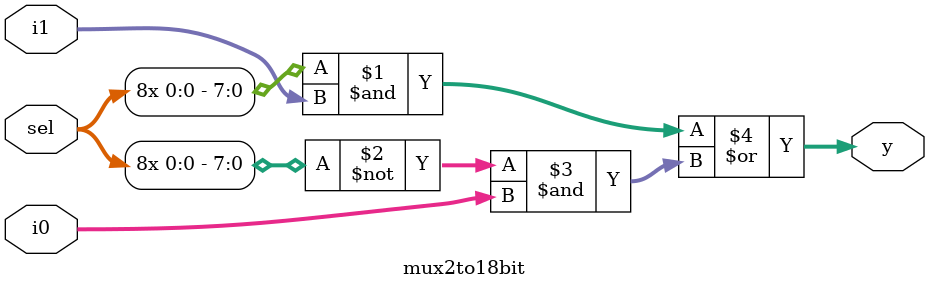
<source format=v>
`timescale 1ns / 1ps


module mux2to18bit(
    input [7:0] i0,
    input [7:0] i1,
    input sel,
    output [7:0] y
    );

    assign y = ({8{sel}} & i1[7:0]) | (~{8{sel}} & i0[7:0]) ;
endmodule

</source>
